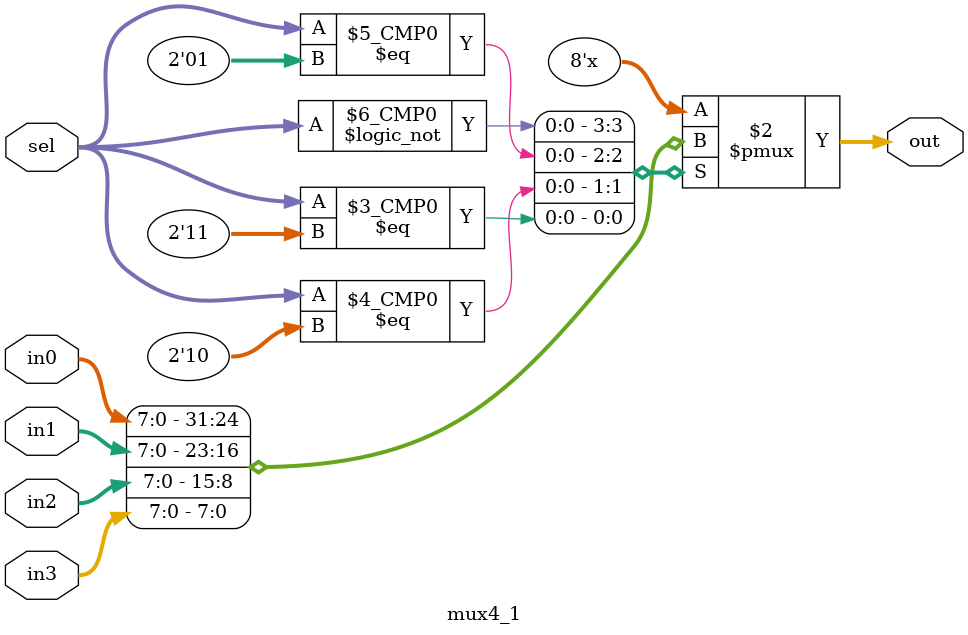
<source format=v>
module registrador(input [7:0] wd3, input we, clk, rst, output reg [7:0] out);


	always@( posedge clk or negedge rst) begin
	    if (rst == 0)
	    	out = 0;
	    else if(we == 1)
	      out = wd3;
	end

endmodule

module decoder(input [2:0] in, output reg [7:0] out);
  
  always@(*)
    case(in)
      0 : out = 1;
      1 : out = 2;
      2 : out = 4;
      3 : out = 8;
      4 : out = 16;
      5 : out = 32;
      6 : out = 64;
      7 : out = 128;
      default: out = 0;
    endcase
  
endmodule

module mux_8_1(input [7:0] in0, 
                           in1,
                           in2,
                           in3,
                           in4,
                           in5,
                           in6,
                           in7,
               input [2:0] sel, 
               output reg [7:0] out
);
  
  always@(*)  
    case(sel)
      0 : out = in0;
      1 : out = in1;
      2 : out = in2;
      3 : out = in3;
      4 : out = in4;
      5 : out = in5;
      6 : out = in6;
      7 : out = in7;
      default: out = 0;
    endcase
  
endmodule


module mux2_1(input [7:0] in0, in1,
               input sel, 
               output reg [7:0] out
);
  
  always@(*)  
    case(sel)
      0 : out = in0;
      1 : out = in1;
      default: out = 0;
    endcase
  
endmodule

module AND(input in0, in1, output out);

		assign out = in0 && in1;
		
endmodule

module mux4_1(input [7:0] in0, in1, in2, in3,
       input [1:0] sel, 
       output reg [7:0] out
);

 always@(*)  
    case(sel)
      0 : out <= in0;
      1 : out <= in1;
		2 : out <= in2;
		3 : out <= in3;
      default: out = 0;
    endcase
	
endmodule

</source>
